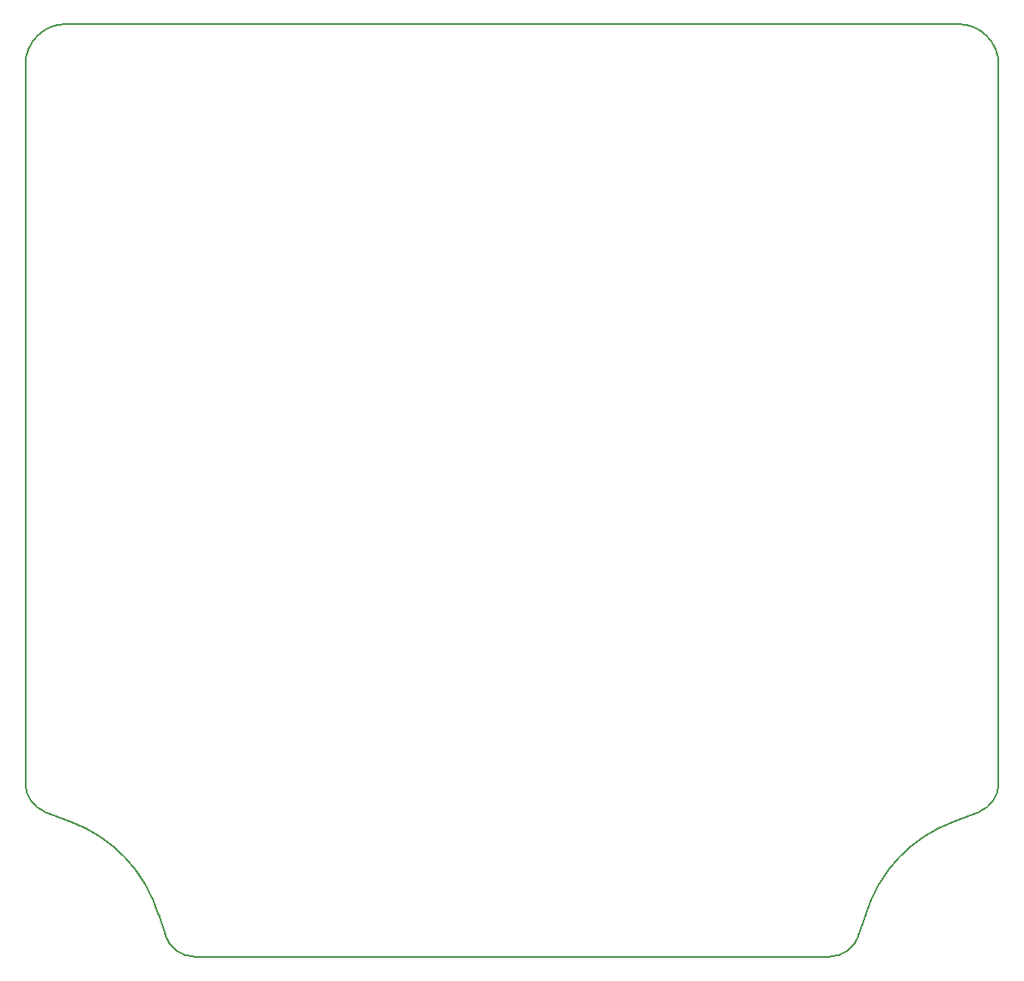
<source format=gm1>
%TF.GenerationSoftware,KiCad,Pcbnew,(6.99.0-3810-gd26b59a0bf)*%
%TF.CreationDate,2022-11-09T12:36:04+00:00*%
%TF.ProjectId,roller-shutter-controller,726f6c6c-6572-42d7-9368-75747465722d,-*%
%TF.SameCoordinates,Original*%
%TF.FileFunction,Profile,NP*%
%FSLAX46Y46*%
G04 Gerber Fmt 4.6, Leading zero omitted, Abs format (unit mm)*
G04 Created by KiCad (PCBNEW (6.99.0-3810-gd26b59a0bf)) date 2022-11-09 12:36:04*
%MOMM*%
%LPD*%
G01*
G04 APERTURE LIST*
%TA.AperFunction,Profile*%
%ADD10C,0.200000*%
%TD*%
G04 APERTURE END LIST*
D10*
X198907922Y-59051878D02*
G75*
G03*
X194907882Y-55051878I-4000022J-22D01*
G01*
X107287182Y-133715178D02*
X104818182Y-132752578D01*
X182245782Y-147051875D02*
G75*
G03*
X185093906Y-144994313I18J2999975D01*
G01*
X194528743Y-133715146D02*
G75*
G03*
X185791329Y-142886644I4817057J-13336754D01*
G01*
X116722088Y-144994303D02*
G75*
G03*
X119570182Y-147051878I2848112J942403D01*
G01*
X185791382Y-142886678D02*
X185093982Y-144994278D01*
X194528682Y-133715178D02*
X196997682Y-132752578D01*
X119570182Y-147051878D02*
X182245782Y-147051878D01*
X106908182Y-55051882D02*
G75*
G03*
X102908182Y-59051878I18J-4000018D01*
G01*
X196997639Y-132752560D02*
G75*
G03*
X198907882Y-129957478I-1089739J2795060D01*
G01*
X116024182Y-142886678D02*
X116722182Y-144994278D01*
X102908183Y-129957478D02*
G75*
G03*
X104818182Y-132752577I2999896J-193D01*
G01*
X116024182Y-142886678D02*
G75*
G03*
X107287222Y-133715142I-13554199J-4164703D01*
G01*
X106908182Y-55051878D02*
X194907882Y-55051878D01*
X198907882Y-59051878D02*
X198907882Y-129957478D01*
X102908182Y-59051878D02*
X102908182Y-129957478D01*
M02*

</source>
